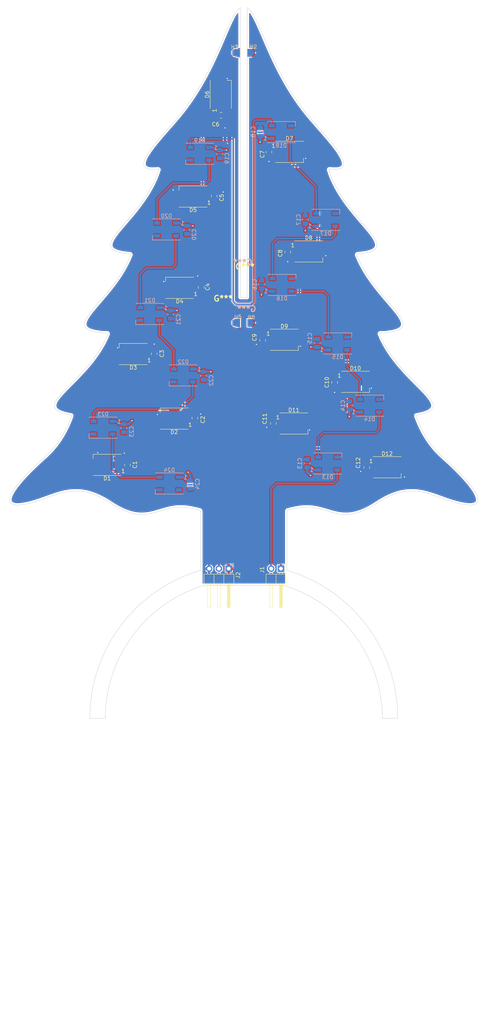
<source format=kicad_pcb>
(kicad_pcb (version 20240108) (generator "pcbnew") (generator_version "8.0")
  (layers (0 "F.Cu" signal) (31 "B.Cu" signal) (34 "B.Paste" user) (35 "F.Paste" user) (36 "B.SilkS" user "B.Silkscreen") (37 "F.SilkS" user "F.Silkscreen") (38 "B.Mask" user) (39 "F.Mask" user) (44 "Edge.Cuts" user))
  (net 0 "")
  (net 1 "+5V")
  (net 2 "GND")
  (net 3 "Net-(D1-DOUT)")
  (net 4 "Net-(D2-DOUT)")
  (net 5 "Net-(D3-DOUT)")
  (net 6 "Net-(D4-DOUT)")
  (net 7 "Net-(D5-DOUT)")
  (net 8 "Net-(D6-DOUT)")
  (net 9 "Net-(D7-DOUT)")
  (net 10 "Net-(D8-DOUT)")
  (net 11 "Net-(D10-DIN)")
  (net 12 "Net-(D10-DOUT)")
  (net 13 "Net-(D11-DOUT)")
  (net 14 "Net-(D12-DOUT)")
  (net 15 "Net-(D13-DOUT)")
  (net 16 "Net-(D14-DOUT)")
  (net 17 "Net-(D15-DOUT)")
  (net 18 "Net-(D16-DOUT)")
  (net 19 "Net-(D17-DOUT)")
  (net 20 "Net-(D18-DOUT)")
  (net 21 "Net-(D19-DOUT)")
  (net 22 "Net-(D20-DOUT)")
  (net 23 "Net-(D21-DOUT)")
  (net 24 "Net-(D22-DOUT)")
  (net 25 "Net-(D23-DOUT)")
  (net 26 "Net-(D13-DIN)")
  (net 27 "Net-(D1-DIN)")
  (net 29 "Net-(D1-VDD)")
  (net 30 "Net-(D2-VDD)")
  (net 31 "Net-(D3-VDD)")
  (net 32 "Net-(D4-VDD)")
  (net 33 "Net-(D5-VDD)")
  (net 34 "Net-(D6-VDD)")
  (net 35 "Net-(D7-VDD)")
  (net 36 "Net-(D8-VDD)")
  (net 37 "Net-(D9-VDD)")
  (net 38 "Net-(D10-VDD)")
  (net 39 "Net-(D11-VDD)")
  (net 40 "Net-(D12-VDD)")
  (footprint "Capacitor_SMD:C_0805_2012Metric_Pad1.18x1.45mm_HandSolder" (layer "F.Cu") (at 111.26 87.49 -90)
    (property "Reference" "C8")
    (property "Value" "100nF")
  )
  (footprint "Connector_PinHeader_2.54mm:PinHeader_1x02_P2.54mm_Horizontal" (layer "F.Cu") (at 109.505 169.545 -90)
    (property "Reference" "J1")
    (property "Value" "Conn_01x02_Pin")
  )
  (footprint "NetTie:NetTie-2_SMD_Pad0.5mm" (layer "F.Cu") (at 110.32 86.45)
    (property "Reference" "NT8" (hide yes))
    (property "Value" "NetTie_2" (hide yes))
  )
  (footprint "NetTie:NetTie-2_SMD_Pad0.5mm" (layer "F.Cu") (at 105.46 60.55)
    (property "Reference" "NT7" (hide yes))
    (property "Value" "NetTie_2" (hide yes))
  )
  (footprint "Silkscreen:ChristmasTree_PCB1_TOP_Schnee_gefüllt_Eco1" (layer "F.Cu") (at 100.17 91.28)
    (property "Reference" "G***")
    (property "Value" "LOGO" (hide yes))
  )
  (footprint "Capacitor_SMD:C_0805_2012Metric_Pad1.18x1.45mm_HandSolder" (layer "F.Cu") (at 123.43 121.3075 -90)
    (property "Reference" "C10")
    (property "Value" "100nF")
  )
  (footprint "Hella_Bauteile:SolderConnectorRectangle" (layer "F.Cu") (at 101.9216 35.83)
    (property "Reference" "H2")
    (property "Value" "SolderConnectorRectangle")
  )
  (footprint "Hella_Bauteile:LED_WS2812B_PLCC4_ECO1" (layer "F.Cu") (at 110.36 110.24)
    (property "Reference" "D9")
    (property "Value" "WS2812B")
  )
  (footprint "Hella_Bauteile:LED_WS2812B_PLCC4_ECO1" (layer "F.Cu") (at 137.05 143.27)
    (property "Reference" "D12")
    (property "Value" "WS2812B")
  )
  (footprint "Capacitor_SMD:C_0805_2012Metric_Pad1.18x1.45mm_HandSolder" (layer "F.Cu") (at 87.17 130.53 90)
    (property "Reference" "C2")
    (property "Value" "100nF")
  )
  (footprint "Hella_Bauteile:SolderConnectorRectangle" (layer "F.Cu") (at 101.9216 105.83)
    (property "Reference" "H6")
    (property "Value" "SolderConnectorRectangle")
  )
  (footprint "Capacitor_SMD:C_0805_2012Metric_Pad1.18x1.45mm_HandSolder" (layer "F.Cu") (at 88.8 96.68 90)
    (property "Reference" "C4")
    (property "Value" "100nF")
  )
  (footprint "Hella_Bauteile:LED_WS2812B_PLCC4_ECO1" (layer "F.Cu") (at 83.22 96.7825 180)
    (property "Reference" "D4")
    (property "Value" "WS2812B")
  )
  (footprint "Capacitor_SMD:C_0805_2012Metric_Pad1.18x1.45mm_HandSolder" (layer "F.Cu") (at 104.76 110.38 -90)
    (property "Reference" "C9")
    (property "Value" "100nF")
  )
  (footprint "NetTie:NetTie-2_SMD_Pad0.5mm" (layer "F.Cu") (at 88.09 131.58 180)
    (property "Reference" "NT2" (hide yes))
    (property "Value" "NetTie_2" (hide yes))
  )
  (footprint "Hella_Bauteile:LED_WS2812B_PLCC4_ECO1" (layer "F.Cu") (at 116.71 87.34)
    (property "Reference" "D8")
    (property "Value" "WS2812B")
  )
  (footprint "Hella_Bauteile:LED_WS2812B_PLCC4_ECO1" (layer "F.Cu") (at 112.85 131.94)
    (property "Reference" "D11")
    (property "Value" "WS2812B")
  )
  (footprint "NetTie:NetTie-2_SMD_Pad0.5mm" (layer "F.Cu") (at 77.55 114.93 180)
    (property "Reference" "NT3" (hide yes))
    (property "Value" "NetTie_2" (hide yes))
  )
  (footprint "Silkscreen:ChristmasTree_PCB1_TOP_Kugeln_Eco1" (layer "F.Cu") (at 94.51 99.54)
    (property "Reference" "G***")
    (property "Value" "LOGO" (hide yes))
  )
  (footprint "Hella_Bauteile:LED_WS2812B_PLCC4_ECO1" (layer "F.Cu") (at 93.8875 46.65 90)
    (property "Reference" "D6")
    (property "Value" "WS2812B")
  )
  (footprint "Hella_Bauteile:LED_WS2812B_PLCC4_ECO1" (layer "F.Cu") (at 64.41 142.6625 180)
    (property "Reference" "D1")
    (property "Value" "WS2812B")
  )
  (footprint "Capacitor_SMD:C_0805_2012Metric_Pad1.18x1.45mm_HandSolder" (layer "F.Cu") (at 107.53 131.92 -90)
    (property "Reference" "C11")
    (property "Value" "100nF")
  )
  (footprint "NetTie:NetTie-2_SMD_Pad0.5mm" (layer "F.Cu") (at 122.5 120.27)
    (property "Reference" "NT10" (hide yes))
    (property "Value" "NetTie_2" (hide yes))
  )
  (footprint "Hella_Bauteile:SolderConnectorCircle" (layer "F.Cu") (at 98.38 105.83)
    (property "Reference" "H5")
    (property "Value" "SolderConnectorCircle")
  )
  (footprint "Hella_Bauteile:LED_WS2812B_PLCC4_ECO1" (layer "F.Cu") (at 111.72 61.55)
    (property "Reference" "D7")
    (property "Value" "WS2812B")
  )
  (footprint "Capacitor_SMD:C_0805_2012Metric_Pad1.18x1.45mm_HandSolder" (layer "F.Cu") (at 92.17 73.0025 90)
    (property "Reference" "C5")
    (property "Value" "100nF")
  )
  (footprint "NetTie:NetTie-2_SMD_Pad0.5mm" (layer "F.Cu") (at 93.1 74.05 180)
    (property "Reference" "NT5" (hide yes))
    (property "Value" "NetTie_2" (hide yes))
  )
  (footprint "Capacitor_SMD:C_0805_2012Metric_Pad1.18x1.45mm_HandSolder" (layer "F.Cu") (at 106.39 61.59 -90)
    (property "Reference" "C7")
    (property "Value" "100nF")
  )
  (footprint "NetTie:NetTie-2_SMD_Pad0.5mm" (layer "F.Cu") (at 103.84 109.35)
    (property "Reference" "NT9" (hide yes))
    (property "Value" "NetTie_2" (hide yes))
  )
  (footprint "Capacitor_SMD:C_0805_2012Metric_Pad1.18x1.45mm_HandSolder" (layer "F.Cu") (at 69.67 142.68 90)
    (property "Reference" "C1")
    (property "Value" "100nF")
  )
  (footprint "NetTie:NetTie-2_SMD_Pad0.5mm" (layer "F.Cu") (at 89.73 97.71 180)
    (property "Reference" "NT4" (hide yes))
    (property "Value" "NetTie_2" (hide yes))
  )
  (footprint "NetTie:NetTie-2_SMD_Pad0.5mm" (layer "F.Cu") (at 130.85 142.32)
    (property "Reference" "NT12" (hide yes))
    (property "Value" "NetTie_2" (hide yes))
  )
  (footprint "Hella_Bauteile:LED_WS2812B_PLCC4_ECO1" (layer "F.Cu") (at 71.18 113.94 180)
    (property "Reference" "D3")
    (property "Value" "WS2812B")
  )
  (footprint "Capacitor_SMD:C_0805_2012Metric_Pad1.18x1.45mm_HandSolder" (layer "F.Cu") (at 131.77 143.35 -90)
    (property "Reference" "C12")
    (property "Value" "100nF")
  )
  (footprint "Hella_Bauteile:LED_WS2812B_PLCC4_ECO1" (layer "F.Cu") (at 81.8 130.66 180)
    (property "Reference" "D2")
    (property "Value" "WS2812B")
  )
  (footprint "Hella_Bauteile:SolderConnectorCircle" (layer "F.Cu") (at 98.38 35.83)
    (property "Reference" "H1")
    (property "Value" "SolderConnectorCircle")
  )
  (footprint "NetTie:NetTie-2_SMD_Pad0.5mm" (layer "F.Cu") (at 92.92 53 90)
    (property "Reference" "NT6" (hide yes))
    (property "Value" "NetTie_2" (hide yes))
  )
  (footprint "Connector_PinHeader_2.54mm:PinHeader_1x03_P2.54mm_Horizontal" (layer "F.Cu") (at 95.95 169.545 -90)
    (property "Reference" "J2")
    (property "Value" "Conn_01x03_Pin")
  )
  (footprint "NetTie:NetTie-2_SMD_Pad0.5mm" (layer "F.Cu") (at 70.6 143.74 180)
    (property "Reference" "NT1" (hide yes))
    (property "Value" "NetTie_2" (hide yes))
  )
  (footprint "NetTie:NetTie-2_SMD_Pad0.5mm" (layer "F.Cu") (at 106.6 130.88)
    (property "Reference" "NT11" (hide yes))
    (property "Value" "NetTie_2" (hide yes))
  )
  (footprint "Hella_Bauteile:LED_WS2812B_PLCC4_ECO1" (layer "F.Cu") (at 128.83 121.13)
    (property "Reference" "D10")
    (property "Value" "WS2812B")
  )
  (footprint "Capacitor_SMD:C_0805_2012Metric_Pad1.18x1.45mm_HandSolder" (layer "F.Cu") (at 93.97 52.06)
    (property "Reference" "C6")
    (property "Value" "100nF")
  )
  (footprint "Capacitor_SMD:C_0805_2012Metric_Pad1.18x1.45mm_HandSolder" (layer "F.Cu") (at 76.62 113.89 90)
    (property "Reference" "C3")
    (property "Value" "100nF")
  )
  (footprint "Hella_Bauteile:LED_WS2812B_PLCC4_ECO1" (layer "F.Cu") (at 86.7 73.1125 180)
    (property "Reference" "D5")
    (property "Value" "WS2812B")
  )
  (footprint "Hella_Bauteile:SolderConnectorTrapezoid" (layer "B.Cu") (at 97.91 105.83)
    (property "Reference" "H7")
    (property "Value" "SolderConnectorTrapezoid")
  )
  (footprint "Hella_Bauteile:LED_WS2812B_ECO2" (layer "B.Cu") (at 88.43 62.04 180)
    (property "Reference" "D19")
    (property "Value" "WS2812B")
  )
  (footprint "Capacitor_SMD:C_0805_2012Metric_Pad1.18x1.45mm_HandSolder" (layer "B.Cu") (at 104.45 95.88 90)
    (property "Reference" "C16")
    (property "Value" "100nF")
  )
  (footprint "Hella_Bauteile:LED_WS2812B_ECO2" (layer "B.Cu") (at 84.15 119.4725 180)
    (property "Reference" "D22")
    (property "Value" "WS2812B")
  )
  (footprint "Capacitor_SMD:C_0805_2012Metric_Pad1.18x1.45mm_HandSolder" (layer "B.Cu") (at 89.41 119.5625 -90)
    (property "Reference" "C22")
    (property "Value" "100nF")
  )
  (footprint "Hella_Bauteile:LED_WS2812B_ECO2" (layer "B.Cu") (at 121.64 142.31)
    (property "Reference" "D13")
    (property "Value" "WS2812B")
  )
  (footprint "Hella_Bauteile:LED_WS2812B_ECO2" (layer "B.Cu") (at 75.47 103.55 180)
    (property "Reference" "D21")
    (property "Value" "WS2812B")
  )
  (footprint "Capacitor_SMD:C_0805_2012Metric_Pad1.18x1.45mm_HandSolder" (layer "B.Cu") (at 118.93 111.07 90)
    (property "Reference" "C15")
    (property "Value" "100nF")
  )
  (footprint "Hella_Bauteile:LED_WS2812B_ECO2" (layer "B.Cu") (at 79.8 81.6425 180)
    (property "Reference" "D20")
    (property "Value" "WS2812B")
  )
  (footprint "Hella_Bauteile:LED_WS2812B_ECO2" (layer "B.Cu") (at 63.35 133.0225 180)
    (property "Reference" "D23")
    (property "Value" "WS2812B")
  )
  (footprint "Hella_Bauteile:LED_WS2812B_ECO2" (layer "B.Cu") (at 109.76 96.02)
    (property "Reference" "D16")
    (property "Value" "WS2812B")
  )
  (footprint "Hella_Bauteile:LED_WS2812B_ECO2" (layer "B.Cu") (at 121.11 79.16)
    (property "Reference" "D17")
    (property "Value" "WS2812B")
  )
  (footprint "Capacitor_SMD:C_0805_2012Metric_Pad1.18x1.45mm_HandSolder" (layer "B.Cu") (at 104.14 56.44 90)
    (property "Reference" "C18")
    (property "Value" "100nF")
  )
  (footprint "Hella_Bauteile:LED_WS2812B_ECO2" (layer "B.Cu") (at 80.55 147.49 180)
    (property "Reference" "D24")
    (property "Value" "WS2812B")
  )
  (footprint "Hella_Bauteile:LED_WS2812B_ECO2" (layer "B.Cu") (at 109.59 56.42)
    (property "Reference" "D18")
    (property "Value" "WS2812B")
  )
  (footprint "Hella_Bauteile:LED_WS2812B_ECO2" (layer "B.Cu") (at 132.52 127.33)
    (property "Reference" "D14")
    (property "Value" "WS2812B")
  )
  (footprint "Capacitor_SMD:C_0805_2012Metric_Pad1.18x1.45mm_HandSolder" (layer "B.Cu") (at 85.1 81.7625 -90)
    (property "Reference" "C20")
    (property "Value" "100nF")
  )
  (footprint "Hella_Bauteile:SolderConnectorTrapezoid" (layer "B.Cu") (at 97.91 35.83)
    (property "Reference" "H3")
    (property "Value" "SolderConnectorTrapezoid")
  )
  (footprint "Hella_Bauteile:SolderConnectorTriangle" (layer "B.Cu") (at 101.82 35.83 180)
    (property "Reference" "H4")
    (property "Value" "SolderConnectorTriangle")
  )
  (footprint "Capacitor_SMD:C_0805_2012Metric_Pad1.18x1.45mm_HandSolder" (layer "B.Cu") (at 115.81 79.09 90)
    (property "Reference" "C17")
    (property "Value" "100nF")
  )
  (footprint "Hella_Bauteile:LED_WS2812B_ECO2" (layer "B.Cu") (at 124.22 111.2)
    (property "Reference" "D15")
    (property "Value" "WS2812B")
  )
  (footprint "Silkscreen:ChristmasTree_PCB1_BOT_Kugeln_Eco2" (layer "B.Cu") (at 101.791849 105.361304 180)
    (property "Reference" "G***")
    (property "Value" "LOGO" (hide yes))
  )
  (footprint "Capacitor_SMD:C_0805_2012Metric_Pad1.18x1.45mm_HandSolder" (layer "B.Cu") (at 68.71 133.1325 -90)
    (property "Reference" "C23")
    (property "Value" "100nF")
  )
  (footprint "Capacitor_SMD:C_0805_2012Metric_Pad1.18x1.45mm_HandSolder" (layer "B.Cu") (at 93.61 62.13 -90)
    (property "Reference" "C19")
    (property "Value" "100nF")
  )
  (footprint "Capacitor_SMD:C_0805_2012Metric_Pad1.18x1.45mm_HandSolder" (layer "B.Cu") (at 85.96 147.7725 -90)
    (property "Reference" "C24")
    (property "Value" "100nF")
  )
  (footprint "Capacitor_SMD:C_0805_2012Metric_Pad1.18x1.45mm_HandSolder" (layer "B.Cu") (at 116.29 142.27 90)
    (property "Reference" "C13")
    (property "Value" "100nF")
  )
  (footprint "Hella_Bauteile:SolderConnectorTriangle" (layer "B.Cu") (at 101.82 105.83 180)
    (property "Reference" "H8")
    (property "Value" "SolderConnectorTriangle")
  )
  (footprint "Silkscreen:ChristmasTree_PCB1_BOT_Schnee_gefüllt_Eco2" (layer "B.Cu") (at 99.6 90.2 180)
    (property "Reference" "G***")
    (property "Value" "LOGO" (hide yes))
  )
  (footprint "Capacitor_SMD:C_0805_2012Metric_Pad1.18x1.45mm_HandSolder" (layer "B.Cu") (at 80.88 103.68 -90)
    (property "Reference" "C21")
    (property "Value" "100nF")
  )
  (footprint "Capacitor_SMD:C_0805_2012Metric_Pad1.18x1.45mm_HandSolder" (layer "B.Cu") (at 127.26 127.25 90)
    (property "Reference" "C14")
    (property "Value" "100nF")
  )
  (gr_curve (pts (xy 81.632625 53.903598) (xy 82.592082 52.799255) (xy 83.502274 51.726821) (xy 84.260728 50.746171)) (stroke (width 0.1)) (layer "Edge.Cuts"))
  (gr_curve (pts (xy 42.88 152.9) (xy 35.09065 154.251173) (xy 40.63279 147.339974) (xy 48.274 140.577259)) (stroke (width 0.1)) (layer "Edge.Cuts"))
  (gr_line (start 111.040099 154.826164) (end 111.040099 169.984918) (stroke (width 0.1)) (layer "Edge.Cuts"))
  (gr_curve (pts (xy 156.837591 152.9) (xy 149.048241 151.548854) (xy 144.380997 145.964354) (xy 134.36579 152.599937)) (stroke (width 0.1)) (layer "Edge.Cuts"))
  (gr_curve (pts (xy 65.351828 152.599937) (xy 55.336594 145.964354) (xy 50.66935 151.548854) (xy 42.88 152.9)) (stroke (width 0.1)) (layer "Edge.Cuts"))
  (gr_curve (pts (xy 110.814278 43.789331) (xy 112.147882 46.093055) (xy 113.675425 48.446045) (xy 115.456889 50.746171)) (stroke (width 0.1)) (layer "Edge.Cuts"))
  (gr_line (start 63.90903 208.349453) (end 59.908588 208.349453) (stroke (width 0.1)) (layer "Edge.Cuts"))
  (gr_curve (pts (xy 55.124901 130.152768) (xy 55.195518 129.948113) (xy 55.177791 129.775181) (xy 55.086139 129.761397)) (stroke (width 0.1)) (layer "Edge.Cuts"))
  (gr_curve (pts (xy 64.611127 108.799041) (xy 64.692249 108.601662) (xy 64.579272 108.453522) (xy 64.364113 108.464185)) (stroke (width 0.1)) (layer "Edge.Cuts"))
  (gr_curve (pts (xy 135.808561 208.349453) (xy 135.808561 194.153596) (xy 127.320712 181.316161) (xy 114.648985 175.572832)) (stroke (width 0.1)) (layer "Edge.Cuts"))
  (gr_curve (pts (xy 114.648985 175.572832) (xy 113.188434 174.909655) (xy 111.675019 174.345352) (xy 110.108688 173.87958)) (stroke (width 0.1)) (layer "Edge.Cuts"))
  (gr_line (start 99.846492 173.87958) (end 89.608876 173.87958) (stroke (width 0.1)) (layer "Edge.Cuts"))
  (gr_curve (pts (xy 77.522646 65.957973) (xy 69.662837 66.921029) (xy 76.397295 59.91839) (xy 81.632625 53.903598)) (stroke (width 0.1)) (layer "Edge.Cuts"))
  (gr_curve (pts (xy 89.608876 173.87958) (xy 74.464093 178.370268) (xy 63.90903 192.513393) (xy 63.90903 208.349453)) (stroke (width 0.1)) (layer "Edge.Cuts"))
  (gr_line (start 139.809029 208.349453) (end 135.808587 208.349453) (stroke (width 0.1)) (layer "Edge.Cuts"))
  (gr_curve (pts (xy 129.458595 87.946594) (xy 129.243463 87.957177) (xy 129.130459 88.119551) (xy 129.208141 88.320396)) (stroke (width 0.1)) (layer "Edge.Cuts"))
  (gr_curve (pts (xy 100.756684 24.150235) (xy 103.317768 25.783717) (xy 105.395671 34.416082) (xy 110.814278 43.789331)) (stroke (width 0.1)) (layer "Edge.Cuts"))
  (gr_curve (pts (xy 88.40587 154.353487) (xy 87.647417 154.162987) (xy 86.807842 153.979367) (xy 85.873017 153.802969)) (stroke (width 0.1)) (layer "Edge.Cuts"))
  (gr_curve (pts (xy 64.364113 108.464185) (xy 63.919693 108.481647) (xy 63.439792 108.471064) (xy 62.91769 108.418359)) (stroke (width 0.1)) (layer "Edge.Cuts"))
  (gr_curve (pts (xy 88.903339 43.789331) (xy 94.304378 34.440714) (xy 96.389345 25.818854) (xy 98.939925 24.150235)) (stroke (width 0.1)) (layer "Edge.Cuts"))
  (gr_curve (pts (xy 130.061844 87.904234) (xy 129.85375 87.925136) (xy 129.652561 87.93937) (xy 129.458595 87.946594)) (stroke (width 0.1)) (layer "Edge.Cuts"))
  (gr_curve (pts (xy 54.920272 129.733139) (xy 43.140984 127.648172) (xy 59.488801 121.59446) (xy 64.611127 108.799041)) (stroke (width 0.1)) (layer "Edge.Cuts"))
  (gr_line (start 98.939925 24.150235) (end 98.939925 99.249606) (stroke (width 0.1)) (layer "Edge.Cuts"))
  (gr_curve (pts (xy 59.908588 208.349453) (xy 59.908588 199.254757) (xy 62.945948 190.872847) (xy 68.06121 184.155931)) (stroke (width 0.1)) (layer "Edge.Cuts"))
  (gr_curve (pts (xy 77.794293 66.278886) (xy 77.861471 66.074416) (xy 77.737963 65.933156) (xy 77.522646 65.957973)) (stroke (width 0.1)) (layer "Edge.Cuts"))
  (gr_curve (pts (xy 70.259022 87.946594) (xy 70.065056 87.93945) (xy 69.863867 87.925162) (xy 69.655773 87.904234)) (stroke (width 0.1)) (layer "Edge.Cuts"))
  (gr_curve (pts (xy 70.509476 88.320396) (xy 70.587158 88.119551) (xy 70.474154 87.957283) (xy 70.259022 87.946594)) (stroke (width 0.1)) (layer "Edge.Cuts"))
  (gr_curve (pts (xy 134.36579 152.599937) (xy 124.442022 159.175935) (xy 121.785688 152.300217) (xy 113.844759 153.802969)) (stroke (width 0.1)) (layer "Edge.Cuts"))
  (gr_line (start 110.108688 173.87958) (end 99.871098 173.87958) (stroke (width 0.1)) (layer "Edge.Cuts"))
  (gr_curve (pts (xy 129.208141 88.320396) (xy 134.030589 100.512566) (xy 148.243988 107.253929) (xy 136.799927 108.418359)) (stroke (width 0.1)) (layer "Edge.Cuts"))
  (gr_curve (pts (xy 121.923324 66.278886) (xy 126.075505 79.437578) (xy 141.971678 86.694322) (xy 130.061844 87.904234)) (stroke (width 0.1)) (layer "Edge.Cuts"))
  (gr_curve (pts (xy 69.655773 87.904234) (xy 57.746098 86.694322) (xy 73.642086 79.437578) (xy 77.794293 66.278886)) (stroke (width 0.1)) (layer "Edge.Cuts"))
  (gr_curve (pts (xy 128.015798 180.007375) (xy 135.296989 187.242741) (xy 139.809029 197.268638) (xy 139.809029 208.349453)) (stroke (width 0.1)) (layer "Edge.Cuts"))
  (gr_curve (pts (xy 135.353504 108.464185) (xy 135.138345 108.453602) (xy 135.025342 108.601662) (xy 135.106648 108.799041)) (stroke (width 0.1)) (layer "Edge.Cuts"))
  (gr_curve (pts (xy 88.677491 154.826164) (xy 88.677491 154.614286) (xy 88.614124 154.406192) (xy 88.40587 154.353487)) (stroke (width 0.1)) (layer "Edge.Cuts"))
  (gr_curve (pts (xy 55.086139 129.761397) (xy 55.033091 129.750813) (xy 54.976761 129.743405) (xy 54.920272 129.733139)) (stroke (width 0.1)) (layer "Edge.Cuts"))
  (gr_curve (pts (xy 136.799927 108.418359) (xy 136.277799 108.471091) (xy 135.798083 108.481753) (xy 135.353504 108.464185)) (stroke (width 0.1)) (layer "Edge.Cuts"))
  (gr_curve (pts (xy 115.456889 50.746171) (xy 116.215316 51.726821) (xy 117.125508 52.799255) (xy 118.085151 53.903598)) (stroke (width 0.1)) (layer "Edge.Cuts"))
  (gr_curve (pts (xy 113.844759 153.802969) (xy 112.909749 153.979367) (xy 112.0702 154.162987) (xy 111.311747 154.353487)) (stroke (width 0.1)) (layer "Edge.Cuts"))
  (gr_curve (pts (xy 111.040099 169.984918) (xy 117.534792 171.872136) (xy 123.344929 175.368203) (xy 128.015798 180.007375)) (stroke (width 0.1)) (layer "Edge.Cuts"))
  (gr_curve (pts (xy 144.596315 130.152768) (xy 145.778154 133.440767) (xy 147.845394 137.391944) (xy 151.443617 140.577259)) (stroke (width 0.1)) (layer "Edge.Cuts"))
  (gr_curve (pts (xy 62.91769 108.418359) (xy 51.473629 107.253929) (xy 65.687028 100.512566) (xy 70.509476 88.320396)) (stroke (width 0.1)) (layer "Edge.Cuts"))
  (gr_curve (pts (xy 118.085151 53.903598) (xy 123.320296 59.91839) (xy 130.05478 66.921029) (xy 122.194972 65.957973)) (stroke (width 0.1)) (layer "Edge.Cuts"))
  (gr_curve (pts (xy 68.06121 184.155931) (xy 73.173033 177.442481) (xy 80.36604 172.401302) (xy 88.677491 169.984918)) (stroke (width 0.1)) (layer "Edge.Cuts"))
  (gr_curve (pts (xy 135.106648 108.799041) (xy 140.228817 121.59446) (xy 156.576633 127.648172) (xy 144.797345 129.733139)) (stroke (width 0.1)) (layer "Edge.Cuts"))
  (gr_curve (pts (xy 85.873017 153.802969) (xy 77.931929 152.300217) (xy 75.275569 159.175935) (xy 65.351828 152.599937)) (stroke (width 0.1)) (layer "Edge.Cuts"))
  (gr_line (start 88.677491 169.984918) (end 88.677491 154.826164) (stroke (width 0.1)) (layer "Edge.Cuts"))
  (gr_line (start 100.756684 99.249606) (end 100.756684 24.150235) (stroke (width 0.1)) (layer "Edge.Cuts"))
  (gr_curve (pts (xy 122.194972 65.957973) (xy 121.979654 65.933103) (xy 121.856305 66.074416) (xy 121.923324 66.278886)) (stroke (width 0.1)) (layer "Edge.Cuts"))
  (gr_curve (pts (xy 48.274 140.577259) (xy 51.872223 137.391944) (xy 53.939622 133.440767) (xy 55.124901 130.152768)) (stroke (width 0.1)) (layer "Edge.Cuts"))
  (gr_line (start 98.939925 99.249606) (end 100.756684 99.249606) (stroke (width 0.1)) (layer "Edge.Cuts"))
  (gr_curve (pts (xy 144.797345 129.733139) (xy 144.740856 129.743458) (xy 144.684527 129.750602) (xy 144.631636 129.761397)) (stroke (width 0.1)) (layer "Edge.Cuts"))
  (gr_curve (pts (xy 144.631636 129.761397) (xy 144.539826 129.775155) (xy 144.522258 129.948113) (xy 144.596315 130.152768)) (stroke (width 0.1)) (layer "Edge.Cuts"))
  (gr_line (start 135.808587 208.349453) (end 135.808561 208.349453) (stroke (width 0.1)) (layer "Edge.Cuts"))
  (gr_curve (pts (xy 84.260728 50.746171) (xy 86.04235 48.446045) (xy 87.569894 46.093055) (xy 88.903339 43.789331)) (stroke (width 0.1)) (layer "Edge.Cuts"))
  (gr_curve (pts (xy 151.443617 140.577259) (xy 159.084827 147.339974) (xy 164.626941 154.251173) (xy 156.837591 152.9)) (stroke (width 0.1)) (layer "Edge.Cuts"))
  (gr_curve (pts (xy 111.311747 154.353487) (xy 111.103679 154.406192) (xy 111.040099 154.614286) (xy 111.040099 154.826164)) (stroke (width 0.1)) (layer "Edge.Cuts"))
  (gr_line (start 99.871098 173.87958) (end 99.846492 173.87958) (stroke (width 0.1)) (layer "Edge.Cuts"))
  (segment (start 95.95 169.545) (end 97.66 169.545) (width 0.6) (layer "F.Cu") (net 1))
  (segment (start 95.95 169.545) (end 95.95 171.165) (width 0.6) (layer "F.Cu") (net 1))
  (segment (start 95.95 169.545) (end 95.95 167.775) (width 0.6) (layer "F.Cu") (net 1))
  (via (at 86.655 80.725) (size 0.6) (drill 0.3) (layers "F.Cu" "B.Cu") (net 1))
  (via (at 85.41 144.58) (size 0.6) (drill 0.3) (layers "F.Cu" "B.Cu") (net 1))
  (via (at 91.345 118.525) (size 0.6) (drill 0.3) (layers "F.Cu" "B.Cu") (net 1))
  (via (at 95.4025 61.0925) (size 0.6) (drill 0.3) (layers "F.Cu" "B.Cu") (net 1))
  (via (at 82.5375 102.6425) (size 0.6) (drill 0.3) (layers "F.Cu" "B.Cu") (net 1))
  (via (at 70.85 131.2) (size 0.6) (drill 0.3) (layers "F.Cu" "B.Cu") (net 1))
  (via (at 104.45 98.57) (size 0.6) (drill 0.3) (layers "F.Cu" "B.Cu") (net 1))
  (via (at 127.24 130.16) (size 0.6) (drill 0.3) (layers "F.Cu" "B.Cu") (net 1))
  (via (at 115.82 81.96) (size 0.6) (drill 0.3) (layers "F.Cu" "B.Cu") (net 1))
  (via (at 104.11 59.03) (size 0.6) (drill 0.3) (layers "F.Cu" "B.Cu") (net 1))
  (via (at 117.27 112.11) (size 0.6) (drill 0.3) (layers "F.Cu" "B.Cu") (net 1))
  (via (at 117.19 145.4) (size 0.6) (drill 0.3) (layers "F.Cu" "B.Cu") (net 1))
  (segment (start 79.04 101.9) (end 77.92 101.9) (width 0.6) (layer "B.Cu") (net 1))
  (segment (start 105.97 58.07) (end 105.3775 57.4775) (width 0.6) (layer "B.Cu") (net 1))
  (segment (start 118 143.96) (end 119.19 143.96) (width 0.6) (layer "B.Cu") (net 1))
  (segment (start 115.81 81.95) (end 115.82 81.96) (width 0.4) (layer "B.Cu") (net 1))
  (segment (start 104.45 96.9175) (end 105.5375 96.9175) (width 0.6) (layer "B.Cu") (net 1))
  (segment (start 87.6825 117.8225) (end 86.6 117.8225) (width 0.6) (layer "B.Cu") (net 1))
  (segment (start 115.81 80.1275) (end 115.81 81.95) (width 0.4) (layer "B.Cu") (net 1))
  (segment (start 88.385 118.525) (end 87.6825 117.8225) (width 0.6) (layer "B.Cu") (net 1))
  (segment (start 91.99 60.41) (end 90.9 60.41) (width 0.6) (layer "B.Cu") (net 1))
  (segment (start 107.14 58.07) (end 105.97 58.07) (width 0.6) (layer "B.Cu") (net 1))
  (segment (start 117.3475 143.3075) (end 118 143.96) (width 0.6) (layer "B.Cu") (net 1))
  (segment (start 84.12 145.84) (end 83 145.84) (width 0.6) (layer "B.Cu") (net 1))
  (segment (start 90.9 60.41) (end 90.88 60.39) (width 0.6) (layer "B.Cu") (net 1))
  (segment (start 83.41 80.02) (end 82.2775 80.02) (width 0.6) (layer "B.Cu") (net 1))
  (segment (start 127.26 130.14) (end 127.24 130.16) (width 0.6) (layer "B.Cu") (net 1))
  (segment (start 106.29 97.67) (end 107.31 97.67) (width 0.6) (layer "B.Cu") (net 1))
  (segment (start 127.26 128.2875) (end 127.26 130.14) (width 0.6) (layer "B.Cu") (net 1))
  (segment (start 119.9475 112.1075) (end 120.69 112.85) (width 0.6) (layer "B.Cu") (net 1))
  (segment (start 85.015 146.735) (end 84.12 145.84) (width 0.6) (layer "B.Cu") (net 1))
  (segment (start 104.14 57.4775) (end 104.14 59) (width 0.6) (layer "B.Cu") (net 1))
  (segment (start 85.96 145.13) (end 85.41 144.58) (width 0.6) (layer "B.Cu") (net 1))
  (segment (start 80.88 102.6425) (end 82.5375 102.6425) (width 0.6) (layer "B.Cu") (net 1))
  (segment (start 68.71 132.095) (end 69.955 132.095) (width 0.6) (layer "B.Cu") (net 1))
  (segment (start 79.7825 102.6425) (end 79.04 101.9) (width 0.6) (layer "B.Cu") (net 1))
  (segment (start 116.29 144.5) (end 117.19 145.4) (width 0.6) (layer "B.Cu") (net 1))
  (segment (start 104.45 98.57) (end 104.45 96.9175) (width 0.6) (layer "B.Cu") (net 1))
  (segment (start 66.9 131.41) (end 65.8375 131.41) (width 0.6) (layer "B.Cu") (net 1))
  (segment (start 116.29 143.3075) (end 116.29 144.5) (width 0.6) (layer "B.Cu") (net 1))
  (segment (start 93.61 61.0925) (end 95.4025 61.0925) (width 0.6) (layer "B.Cu") (net 1))
  (segment (start 82.2775 80.02) (end 82.25 79.9925) (width 0.6) (layer "B.Cu") (net 1))
  (segment (start 116.9375 80.1275) (end 115.81 80.1275) (width 0.4) (layer "B.Cu") (net 1))
  (segment (start 65.8375 131.41) (end 65.8 131.3725) (width 0.6) (layer "B.Cu") (net 1))
  (segment (start 84.115 80.725) (end 83.41 80.02) (width 0.6) (layer "B.Cu") (net 1))
  (segment (start 118.93 112.1075) (end 117.2725 112.1075) (width 0.6) (layer "B.Cu") (net 1))
  (segment (start 127.26 128.2875) (end 128.2675 128.2875) (width 0.6) (layer "B.Cu") (net 1))
  (segment (start 67.585 132.095) (end 66.9 131.41) (width 0.6) (layer "B.Cu") (net 1))
  (segment (start 105.5375 96.9175) (end 106.29 97.67) (width 0.6) (layer "B.Cu") (net 1))
  (segment (start 128.96 128.98) (end 130.07 128.98) (width 0.6) (layer "B.Cu") (net 1))
  (segment (start 92.6725 61.0925) (end 91.99 60.41) (width 0.6) (layer "B.Cu") (net 1))
  (segment (start 118.93 112.1075) (end 119.9475 112.1075) (width 0.6) (layer "B.Cu") (net 1))
  (segment (start 116.29 143.3075) (end 117.3475 143.3075) (width 0.6) (layer "B.Cu") (net 1))
  (segment (start 85.1 80.725) (end 86.655 80.725) (width 0.6) (layer "B.Cu") (net 1))
  (segment (start 85.96 146.735) (end 85.96 145.13) (width 0.6) (layer "B.Cu") (net 1))
  (segment (start 117.62 80.81) (end 116.9375 80.1275) (width 0.4) (layer "B.Cu") (net 1))
  (segment (start 80.88 102.6425) (end 79.7825 102.6425) (width 0.6) (layer "B.Cu") (net 1))
  (segment (start 85.1 80.725) (end 84.115 80.725) (width 0.6) (layer "B.Cu") (net 1))
  (segment (start 118.66 80.81) (end 117.62 80.81) (width 0.4) (layer "B.Cu") (net 1))
  (segment (start 117.2725 112.1075) (end 117.27 112.11) (width 0.6) (layer "B.Cu") (net 1))
  (segment (start 93.61 61.0925) (end 92.6725 61.0925) (width 0.6) (layer "B.Cu") (net 1))
  (segment (start 89.41 118.525) (end 88.385 118.525) (width 0.6) (layer "B.Cu") (net 1))
  (segment (start 69.955 132.095) (end 70.85 131.2) (width 0.6) (layer "B.Cu") (net 1))
  (segment (start 85.96 146.735) (end 85.015 146.735) (width 0.6) (layer "B.Cu") (net 1))
  (segment (start 105.3775 57.4775) (end 104.14 57.4775) (width 0.6) (layer "B.Cu") (net 1))
  (segment (start 68.71 132.095) (end 67.585 132.095) (width 0.6) (layer "B.Cu") (net 1))
  (segment (start 89.41 118.525) (end 91.345 118.525) (width 0.6) (layer "B.Cu") (net 1))
  (segment (start 120.69 112.85) (end 121.77 112.85) (width 0.6) (layer "B.Cu") (net 1))
  (segment (start 128.2675 128.2875) (end 128.96 128.98) (width 0.6) (layer "B.Cu") (net 1))
  (segment (start 76.62 111.38) (end 76.61 111.37) (width 0.6) (layer "F.Cu") (net 2))
  (segment (start 87.17 129.4925) (end 88.6375 129.4925) (width 0.6) (layer "F.Cu") (net 2))
  (segment (start 81.5625 71.4625) (end 81.54 71.44) (width 0.6) (layer "F.Cu") (net 2))
  (segment (start 69.67 141.6425) (end 69.67 140.43) (width 0.6) (layer "F.Cu") (net 2))
  (segment (start 131.77 144.3875) (end 130.2075 144.3875) (width 0.6) (layer "F.Cu") (net 2))
  (segment (start 111.26 88.5275) (end 111.26 90) (width 0.6) (layer "F.Cu") (net 2))
  (segment (start 67.12 112.29) (end 67.11 112.3) (width 0.6) (layer "F.Cu") (net 2))
  (segment (start 115.3 133.59) (end 116.91 133.59) (width 0.6) (layer "F.Cu") (net 2))
  (segment (start 123.43 123.88) (end 123.42 123.89) (width 0.6) (layer "F.Cu") (net 2))
  (segment (start 115.92 63.22) (end 114.19 63.22) (width 0.6) (layer "F.Cu") (net 2))
  (segment (start 80.77 95.1325) (end 79.0875 95.1325) (width 0.6) (layer "F.Cu") (net 2))
  (segment (start 88.8 94.61) (end 88.8 95.6425) (width 0.6) (layer "F.Cu") (net 2))
  (segment (start 116.91 133.59) (end 116.92 133.6) (width 0.6) (layer "F.Cu") (net 2))
  (segment (start 68.73 112.29) (end 67.12 112.29) (width 0.6) (layer "F.Cu") (net 2))
  (segment (start 94.535 71.965) (end 94.55 71.95) (width 0.6) (layer "F.Cu") (net 2))
  (segment (start 95.62 59.35) (end 95.0075 58.7375) (width 0.6) (layer "F.Cu") (net 2))
  (segment (start 114.19 63.22) (end 114.17 63.2) (width 0.6) (layer "F.Cu") (net 2))
  (segment (start 69.67 140.43) (end 68.86 139.62) (width 0.6) (layer "F.Cu") (net 2))
  (segment (start 120.61 88.99) (end 121.15 88.45) (width 0.6) (layer "F.Cu") (net 2))
  (segment (start 87.9 93.71) (end 88.8 94.61) (width 0.6) (layer "F.Cu") (net 2))
  (segment (start 106.39 62.6275) (end 106.39 64.03) (width 0.6) (layer "F.Cu") (net 2))
  (segment (start 140.67 144.92) (end 139.5 144.92) (width 0.6) (layer "F.Cu") (net 2))
  (segment (start 88.6375 129.4925) (end 88.65 129.48) (width 0.6) (layer "F.Cu") (net 2))
  (segment (start 77.45 129.61) (end 78.05 129.01) (width 0.6) (layer "F.Cu") (net 2))
  (segment (start 131.28 122.78) (end 132.94 122.78) (width 0.6) (layer "F.Cu") (net 2))
  (segment (start 141.55 145.8) (end 140.67 144.92) (width 0.6) (layer "F.Cu") (net 2))
  (segment (start 95.5375 44.2) (end 95.5375 42.5325) (width 0.6) (layer "F.Cu") (net 2))
  (segment (start 79.0875 95.1325) (end 79.08 95.14) (width 0.6) (layer "F.Cu") (net 2))
  (segment (start 78.05 129.01) (end 79.35 129.01) (width 0.6) (layer "F.Cu") (net 2))
  (segment (start 95.0075 58.7375) (end 95.0075 52.06) (width 0.6) (layer "F.Cu") (net 2))
  (segment (start 132.94 122.78) (end 132.95 122.79) (width 0.6) (layer "F.Cu") (net 2))
  (segment (start 76.62 112.8525) (end 76.62 111.38) (width 0.6) (layer "F.Cu") (net 2))
  (segment (start 92.17 71.965) (end 94.535 71.965) (width 0.6) (layer "F.Cu") (net 2))
  (segment (start 95.5375 42.5325) (end 95.55 42.52) (width 0.6) (layer "F.Cu") (net 2))
  (segment (start 105.8175 132.9575) (end 105.81 132.95) (width 0.6) (layer "F.Cu") (net 2))
  (segment (start 61.96 141.0125) (end 61.96 139.46) (width 0.6) (layer "F.Cu") (net 2))
  (segment (start 123.43 122.345) (end 123.43 123.88) (width 0.6) (layer "F.Cu") (net 2))
  (segment (start 119.16 88.99) (end 120.61 88.99) (width 0.6) (layer "F.Cu") (net 2))
  (segment (start 103.1425 111.4175) (end 103.13 111.43) (width 0.6) (layer "F.Cu") (net 2))
  (segment (start 84.25 71.4625) (end 81.5625 71.4625) (width 0.6) (layer "F.Cu") (net 2))
  (segment (start 107.53 132.9575) (end 105.8175 132.9575) (width 0.6) (layer "F.Cu") (net 2))
  (segment (start 114.5 111.89) (end 114.51 111.9) (width 0.6) (layer "F.Cu") (net 2))
  (segment (start 130.2075 144.3875) (end 130.2 144.38) (width 0.6) (layer "F.Cu") (net 2))
  (segment (start 112.81 111.89) (end 114.5 111.89) (width 0.6) (layer "F.Cu") (net 2))
  (segment (start 104.76 111.4175) (end 103.1425 111.4175) (width 0.6) (layer "F.Cu") (net 2))
  (via (at 123.42 123.89) (size 0.6) (drill 0.3) (layers "F.Cu" "B.Cu") (net 2))
  (via (at 141.55 145.8) (size 0.6) (drill 0.3) (layers "F.Cu" "B.Cu") (net 2))
  (via (at 81.54 71.44) (size 0.6) (drill 0.3) (layers "F.Cu" "B.Cu") (net 2))
  (via (at 94.55 71.95) (size 0.6) (drill 0.3) (layers "F.Cu" "B.Cu") (net 2))
  (via (at 67.11 112.3) (size 0.6) (drill 0.3) (layers "F.Cu" "B.Cu") (net 2))
  (via (at 61.96 139.46) (size 0.6) (drill 0.3) (layers "F.Cu" "B.Cu") (net 2))
  (via (at 95.55 42.52) (size 0.6) (drill 0.3) (layers "F.Cu" "B.Cu") (net 2))
  (via (at 76.61 111.37) (size 0.6) (drill 0.3) (layers "F.Cu" "B.Cu") (net 2))
  (via (at 79.08 95.14) (size 0.6) (drill 0.3) (layers "F.Cu" "B.Cu") (net 2))
  (via (at 121.15 88.45) (size 0.6) (drill 0.3) (layers "F.Cu" "B.Cu") (net 2))
  (via (at 114.51 111.9) (size 0.6) (drill 0.3) (layers "F.Cu" "B.Cu") (net 2))
  (via (at 111.26 90) (size 0.6) (drill 0.3) (layers "F.Cu" "B.Cu") (net 2))
  (via (at 87.9 93.71) (size 0.6) (drill 0.3) (layers "F.Cu" "B.Cu") (net 2))
  (via (at 106.39 64.03) (size 0.6) (drill 0.3) (layers "F.Cu" "B.Cu") (net 2))
  (via (at 95.62 59.35) (size 0.6) (drill 0.3) (layers "F.Cu" "B.Cu") (net 2))
  (via (at 88.65 129.48) (size 0.6) (drill 0.3) (layers "F.Cu" "B.Cu") (net 2))
  (via (at 95.0075 55.33) (size 0.6) (drill 0.3) (layers "F.Cu" "B.Cu") (net 2))
  (via (at 115.92 63.22) (size 0.6) (drill 0.3) (layers "F.Cu" "B.Cu") (net 2))
  (via (at 132.95 122.79) (size 0.6) (drill 0.3) (layers "F.Cu" "B.Cu") (net 2))
  (via (at 68.86 139.62) (size 0.6) (drill 0.3) (layers "F.Cu" "B.Cu") (net 2))
  (via (at 77.45 129.61) (size 0.6) (drill 0.3) (layers "F.Cu" "B.Cu") (net 2))
  (via (at 105.81 132.95) (size 0.6) (drill 0.3) (layers "F.Cu" "B.Cu") (net 2))
  (via (at 130.2 144.38) (size 0.6) (drill 0.3) (layers "F.Cu" "B.Cu") (net 2))
  (via (at 116.92 133.6) (size 0.6) (drill 0.3) (layers "F.Cu" "B.Cu") (net 2))
  (via (at 103.13 111.43) (size 0.6) (drill 0.3) (layers "F.Cu" "B.Cu") (net 2))
  (segment (start 90.865 169.54) (end 90.865 167.84) (width 0.6) (layer "B.Cu") (net 2))
  (segment (start 117.3475 110.0325) (end 117.33 110.05) (width 0.6) (layer "B.Cu") (net 2))
  (segment (start 90.87 169.545) (end 89.55 169.545) (width 0.6) (layer "B.Cu") (net 2))
  (segment (start 125.6575 126.2125) (end 125.65 126.22) (width 0.6) (layer "B.Cu") (net 2))
  (segment (start 134.99 125.7) (end 136.49 125.7) (width 0.6) (layer "B.Cu") (net 2))
  (segment (start 104.45 94.8425) (end 104.45 93.44) (width 0.6) (layer "B.Cu") (net 2))
  (segment (start 81.7 121.1225) (end 79.9825 121.1225) (width 0.6) (layer "B.Cu") (net 2))
  (segment (start 126.67 109.55) (end 128.33 109.55) (width 0.6) (layer "B.Cu") (net 2))
  (segment (start 104.14 55.4025) (end 104.14 54.21) (width 0.6) (layer "B.Cu") (net 2))
  (segment (start 112.04 54.77) (end 113.62 54.77) (width 0.6) (layer "B.Cu") (net 2))
  (segment (start 85.98 63.69) (end 84.3 63.69) (width 0.6) (layer "B.Cu") (net 2))
  (segment (start 71.3 105.2) (end 71.28 105.18) (width 0.6) (layer "B.Cu") (net 2))
  (segment (start 80.88 104.7175) (end 82.4475 104.7175) (width 0.6) (layer "B.Cu") (net 2))
  (segment (start 86.57 82.8) (end 86.58 82.79) (width 0.6) (layer "B.Cu") (net 2))
  (segment (start 79.9825 121.1225) (end 79.97 121.11) (width 0.6) (layer "B.Cu") (net 2))
  (segment (start 124.09 140.66) (end 125.6 140.66) (width 0.6) (layer "B.Cu") (net 2))
  (segment (start 91.14 120.6) (end 91.15 120.61) (width 0.6) (layer "B.Cu") (net 2))
  (segment (start 95.2125 63.1675) (end 95.22 63.16) (width 0.6) (layer "B.Cu") (net 2))
  (segment (start 68.71 134.17) (end 70.14 134.17) (width 0.6) (layer "B.Cu") (net 2))
  (segment (start 125.18 77.51) (end 125.19 77.5) (width 0.6) (layer "B.Cu") (net 2))
  (segment (start 73.02 105.2) (end 71.3 105.2) (width 0.6) (layer "B.Cu") (net 2))
  (segment (start 82.4475 104.7175) (end 82.45 104.72) (width 0.6) (layer "B.Cu") (net 2))
  (segment (start 84.3 63.69) (end 84.29 63.68) (width 0.6) (layer "B.Cu") (net 2))
  (segment (start 90.865 169.55) (end 90.865 171.28) (width 0.6) (layer "B.Cu") (net 2))
  (segment (start 89.41 120.6) (end 91.14 120.6) (width 0.6) (layer "B.Cu") (net 2))
  (segment (start 104.45 93.44) (end 104.43 93.42) (width 0.6) (layer "B.Cu") (net 2))
  (segment (start 115.81 76.56) (end 115.79 76.54) (width 0.6) (layer "B.Cu") (net 2))
  (segment (start 123.56 77.51) (end 125.18 77.51) (width 0.6) (layer "B.Cu") (net 2))
  (segment (start 85.1 82.8) (end 86.57 82.8) (width 0.6) (layer "B.Cu") (net 2))
  (segment (start 134.97 125.68) (end 134.99 125.7) (width 0.6) (layer "B.Cu") (net 2))
  (segment (start 85.96 148.81) (end 87.46 148.81) (width 0.6) (layer "B.Cu") (net 2))
  (segment (start 59.3525 134.6725) (end 59.35 134.67) (width 0.6) (layer "B.Cu") (net 2))
  (segment (start 114.8925 141.2325) (end 114.88 141.22) (width 0.6) (layer "B.Cu") (net 2))
  (segment (start 78.1 149.14) (end 76.75 149.14) (width 0.6) (layer "B.Cu") (net 2))
  (segment (start 70.14 134.17) (end 70.15 134.18) (width 0.6) (layer "B.Cu") (net 2))
  (segment (start 75.7 83.29) (end 75.7025 83.2925) (width 0.6) (layer "B.Cu") (net 2))
  (segment (start 127.26 126.2125) (end 125.6575 126.2125) (width 0.6) (layer "B.Cu") (net 2))
  (segment (start 90.315 169.765) (end 90.31 169.77) (width 0.6) (layer "B.Cu") (net 2))
  (segment (start 112.22 94.36) (end 113.82 94.36) (width 0.6) (layer "B.Cu") (net 2))
  (segment (start 77.35 83.2925) (end 75.7025 83.2925) (width 0.6) (layer "B.Cu") (net 2))
  (segment (start 90.315 169.765) (end 90.31 169.76) (width 0.6) (layer "B.Cu") (net 2))
  (segment (start 118.93 110.0325) (end 117.3475 110.0325) (width 0.6) (layer "B.Cu") (net 2))
  (segment (start 93.61 63.1675) (end 95.2125 63.1675) (width 0.6) (layer "B.Cu") (net 2))
  (segment (start 116.29 141.2325) (end 114.8925 141.2325) (width 0.6) (layer "B.Cu") (net 2))
  (segment (start 112.21 94.37) (end 112.22 94.36) (width 0.6) (layer "B.Cu") (net 2))
  (segment (start 115.81 78.0525) (end 115.81 76.56) (width 0.6) (layer "B.Cu") (net 2))
  (segment (start 60.9 134.6725) (end 59.3525 134.6725) (width 0.6) (layer "B.Cu") (net 2))
  (segment (start 67.6 137.82) (end 72.62 137.82) (width 0.4) (layer "F.Cu") (net 3))
  (segment (start 79.33 132.33) (end 79.35 132.31) (width 0.4) (layer "F.Cu") (net 3))
  (segment (start 75.38 133.26) (end 76.31 132.33) (width 0.4) (layer "F.Cu") (net 3))
  (segment (start 76.31 132.33) (end 79.33 132.33) (width 0.4) (layer "F.Cu") (net 3))
  (segment (start 75.38 135.06) (end 75.38 133.26) (width 0.4) (layer "F.Cu") (net 3))
  (segment (start 72.62 137.82) (end 75.38 135.06) (width 0.4) (layer "F.Cu") (net 3))
  (segment (start 66.86 138.56) (end 67.6 137.82) (width 0.4) (layer "F.Cu") (net 3))
  (segment (start 66.86 141.0125) (end 66.86 138.56) (width 0.4) (layer "F.Cu") (net 3))
  (segment (start 68.71 115.61) (end 68.73 115.59) (width 0.4) (layer "F.Cu") (net 4))
  (segment (start 72.5 123.26) (end 68.71 119.47) (width 0.4) (layer "F.Cu") (net 4))
  (segment (start 84.25 124.02) (end 83.49 123.26) (width 0.4) (layer "F.Cu") (net 4))
  (segment (start 84.25 129.01) (end 84.25 124.02) (width 0.4) (layer "F.Cu") (net 4))
  (segment (start 83.49 123.26) (end 72.5 123.26) (width 0.4) (layer "F.Cu") (net 4))
  (segment (start 68.71 119.47) (end 68.71 115.61) (width 0.4) (layer "F.Cu") (net 4))
  (segment (start 75.45 107.88) (end 75.45 99.69) (width 0.4) (layer "F.Cu") (net 5))
  (segment (start 75.45 99.69) (end 76.7075 98.4325) (width 0.4) (layer "F.Cu") (net 5))
  (segment (start 73.63 109.7) (end 75.45 107.88) (width 0.4) (layer "F.Cu") (net 5))
  (segment (start 76.7075 98.4325) (end 80.77 98.4325) (width 0.4) (layer "F.Cu") (net 5))
  (segment (start 73.63 112.29) (end 73.63 109.7) (width 0.4) (layer "F.Cu") (net 5))
  (segment (start 88.04 80.53) (end 88.04 90.46) (width 0.4) (layer "F.Cu") (net 6))
  (segment (start 84.25 74.7625) (end 84.25 76.74) (width 0.4) (layer "F.Cu") (net 6))
  (segment (start 84.25 76.74) (end 88.04 80.53) (width 0.4) (layer "F.Cu") (net 6))
  (segment (start 85.67 92.83) (end 85.67 95.1325) (width 0.4) (layer "F.Cu") (net 6))
  (segment (start 88.04 90.46) (end 85.67 92.83) (width 0.4) (layer "F.Cu") (net 6))
  (segment (start 89.15 71.4625) (end 89.15 46.49) (width 0.4) (layer "F.Cu") (net 7))
  (segment (start 89.15 46.49) (end 91.3 44.34) (width 0.4) (layer "F.Cu") (net 7))
  (segment (start 91.3 44.34) (end 92.0975 44.34) (width 0.4) (layer "F.Cu") (net 7))
  (segment (start 92.0975 44.34) (end 92.2375 44.2) (width 0.4) (layer "F.Cu") (net 7))
  (segment (start 96.4 49.12) (end 96.42 49.12) (width 0.4) (layer "F.Cu") (net 8))
  (segment (start 102.97 56.47) (end 113.43 56.47) (width 0.4) (layer "F.Cu") (net 8))
  (segment (start 96.38 49.1) (end 96.4 49.12) (width 0.4) (layer "F.Cu") (net 8))
  (segment (start 114.08 59.81) (end 114.17 59.9) (width 0.4) (layer "F.Cu") (net 8))
  (segment (start 101.81 101.15) (end 102.51 100.45) (width 0.4) (layer "F.Cu") (net 8))
  (segment (start 114.08 57.12) (end 114.08 59.81) (width 0.4) (layer "F.Cu") (net 8))
  (segment (start 102.51 100.45) (end 102.51 56.93) (width 0.4) (layer "F.Cu") (net 8))
  (segment (start 97.13 100.36) (end 97.92 101.15) (width 0.4) (layer "F.Cu") (net 8))
  (segment (start 97.13 49.83) (end 97.13 100.36) (width 0.4) (layer "F.Cu") (net 8))
  (segment (start 113.43 56.47) (end 114.08 57.12) (width 0.4) (layer "F.Cu") (net 8))
  (segment (start 96.42 49.12) (end 97.13 49.83) (width 0.4) (layer "F.Cu") (net 8))
  (segment (start 95.5375 49.1) (end 96.38 49.1) (width 0.4) (layer "F.Cu") (net 8))
  (segment (start 97.92 101.15) (end 101.81 101.15) (width 0.4) (layer "F.Cu") (net 8))
  (segment (start 102.51 56.93) (end 102.97 56.47) (width 0.4) (layer "F.Cu") (net 8))
  (segment (start 115.35 65.14) (end 109.73 65.14) (width 0.4) (layer "F.Cu") (net 9))
  (segment (start 119.2 81.63) (end 120.01 80.82) (width 0.4) (layer "F.Cu") (net 9))
  (segment (start 120.01 69.8) (end 115.35 65.14) (width 0.4) (layer "F.Cu") (net 9))
  (segment (start 119.2 85.65) (end 119.2 81.63) (width 0.4) (layer "F.Cu") (net 9))
  (segment (start 120.01 80.82) (end 120.01 69.8) (width 0.4) (layer "F.Cu") (net 9))
  (segment (start 119.16 85.69) (end 119.2 85.65) (width 0.4) (layer "F.Cu") (net 9))
  (segment (start 109.73 65.14) (end 109.27 64.68) (width 0.4) (layer "F.Cu") (net 9))
  (segment (start 109.27 64.68) (end 109.27 63.2) (width 0.4) (layer "F.Cu") (net 9))
  (segment (start 114.26 88.99) (end 114.26 99.39) (width 0.4) (layer "F.Cu") (net 10))
  (segment (start 112.81 100.84) (end 112.81 108.59) (width 0.4) (layer "F.Cu") (net 10))
  (segment (start 114.26 99.39) (end 112.81 100.84) (width 0.4) (layer "F.Cu") (net 10))
  (segment (start 109.08 115.81) (end 129.81 115.81) (width 0.4) (layer "F.Cu") (net 11))
  (segment (start 129.81 115.81) (end 131.28 117.28) (width 0.4) (layer "F.Cu") (net 11))
  (segment (start 107.91 111.89) (end 107.91 114.64) (width 0.4) (layer "F.Cu") (net 11))
  (segment (start 131.28 117.28) (end 131.28 119.48) (width 0.4) (layer "F.Cu") (net 11))
  (segment (start 107.91 114.64) (end 109.08 115.81) (width 0.4) (layer "F.Cu") (net 11))
  (segment (start 126.38 128.8) (end 124.86 130.32) (width 0.4) (layer "F.Cu") (net 12))
  (segment (start 115.33 130.32) (end 115.3 130.29) (width 0.4) (layer "F.Cu") (net 12))
  (segment (start 126.38 122.78) (end 126.38 128.8) (width 0.4) (layer "F.Cu") (net 12))
  (segment (start 124.86 130.32) (end 115.33 130.32) (width 0.4) (layer "F.Cu") (net 12))
  (segment (start 139.53 140.08) (end 139.53 141.59) (width 0.4) (layer "F.Cu") (net 13))
  (segment (start 111.43 138.31) (end 137.76 138.31) (width 0.4) (layer "F.Cu") (net 13))
  (segment (start 110.4 137.28) (end 111.43 138.31) (width 0.4) (layer "F.Cu") (net 13))
  (segment (start 110.4 133.59) (end 110.4 137.28) (width 0.4) (layer "F.Cu") (net 13))
  (segment (start 137.76 138.31) (end 139.53 140.08) (width 0.4) (layer "F.Cu") (net 13))
  (segment (start 139.53 141.59) (end 139.5 141.62) (width 0.4) (layer "F.Cu") (net 13))
  (segment (start 134.6 146.3) (end 132.14 148.76) (width 0.4) (layer "F.Cu") (net 14))
  (segment (start 110.25 148.76) (end 109.54 149.47) (width 0.4) (layer "F.Cu") (net 14))
  (segment (start 132.14 148.76) (end 110.25 148.76) (width 0.4) (layer "F.Cu") (net 14))
  (segment (start 109.54 149.47) (end 109.54 169.74) (width 0.4) (layer "F.Cu") (net 14))
  (segment (start 134.6 144.92) (end 134.6 146.3) (width 0.4) (layer "F.Cu") (net 14))
  (segment (start 109.54 169.74) (end 109.505 169.775) (width 0.4) (layer "F.Cu") (net 14))
  (segment (start 119.19 140.66) (end 119.19 135.7) (width 0.4) (layer "B.Cu") (net 15))
  (segment (start 119.19 135.7) (end 120.57 134.32) (width 0.4) (layer "B.Cu") (net 15))
  (segment (start 120.57 134.32) (end 134.14 134.32) (width 0.4) (layer "B.Cu") (net 15))
  (segment (start 134.14 134.32) (end 134.97 133.49) (width 0.4) (layer "B.Cu") (net 15))
  (segment (start 134.97 133.49) (end 134.97 128.98) (width 0.4) (layer "B.Cu") (net 15))
  (segment (start 130.07 125.68) (end 130.07 120.67) (width 0.4) (layer "B.Cu") (net 16))
  (segment (start 126.67 117.27) (end 126.67 112.85) (width 0.4) (layer "B.Cu") (net 16))
  (segment (start 130.07 120.67) (end 126.67 117.27) (width 0.4) (layer "B.Cu") (net 16))
  (segment (start 121.77 109.55) (end 121.81 109.51) (width 0.4) (layer "B.Cu") (net 17))
  (segment (start 120.66 97.67) (end 112.21 97.67) (width 0.4) (layer "B.Cu") (net 17))
  (segment (start 121.81 109.51) (end 121.81 98.82) (width 0.4) (layer "B.Cu") (net 17))
  (segment (start 121.81 98.82) (end 120.66 97.67) (width 0.4) (layer "B.Cu") (net 17))
  (segment (start 123.67 80.92) (end 123.56 80.81) (width 0.4) (layer "B.Cu") (net 18))
  (segment (start 107.31 85.31) (end 108.62 84) (width 0.4) (layer "B.Cu") (net 18))
  (segment (start 123.67 83) (end 123.67 80.92) (width 0.4) (layer "B.Cu") (net 18))
  (segment (start 122.67 84) (end 123.67 83) (width 0.4) (layer "B.Cu") (net 18))
  (segment (start 108.62 84) (end 122.67 84) (width 0.4) (layer "B.Cu") (net 18))
  (segment (start 107.31 94.37) (end 107.31 85.31) (width 0.4) (layer "B.Cu") (net 18))
  (segment (start 118.66 77.51) (end 118.66 70.63) (width 0.4) (layer "B.Cu") (net 19))
  (segment (start 118.66 70.63) (end 111.9 63.87) (width 0.4) (layer "B.Cu") (net 19))
  (segment (start 111.9 63.87) (end 111.9 58.07) (width 0.4) (layer "B.Cu") (net 19))
  (segment (start 106.78 53.28) (end 102.93 53.28) (width 0.4) (layer "B.Cu") (net 20))
  (segment (start 102.93 53.28) (end 102.34 53.87) (width 0.4) (layer "B.Cu") (net 20))
  (segment (start 102.34 100.42) (end 101.71 101.05) (width 0.4) (layer "B.Cu") (net 20))
  (segment (start 101.71 101.05) (end 97.9 101.05) (width 0.4) (layer "B.Cu") (net 20))
  (segment (start 97.9 101.05) (end 97.12 100.27) (width 0.4) (layer "B.Cu") (net 20))
  (segment (start 107 53.5) (end 106.78 53.28) (width 0.4) (layer "B.Cu") (net 20))
  (segment (start 97 58.16) (end 86.42 58.16) (width 0.4) (layer "B.Cu") (net 20))
  (segment (start 97.12 58.28) (end 97 58.16) (width 0.4) (layer "B.Cu") (net 20))
  (segment (start 85.98 58.6) (end 85.98 60.39) (width 0.4) (layer "B.Cu") (net 20))
  (segment (start 102.34 53.87) (end 102.34 100.42) (width 0.4) (layer "B.Cu") (net 20))
  (segment (start 97.12 100.27) (end 97.12 58.28) (width 0.4) (layer "B.Cu") (net 20))
  (segment (start 86.42 58.16) (end 85.98 58.6) (width 0.4) (layer "B.Cu") (net 20))
  (segment (start 107 54.77) (end 107 53.5) (width 0.4) (layer "B.Cu") (net 20))
  (segment (start 81.53 69.59) (end 77.35 73.77) (width 0.4) (layer "B.Cu") (net 21))
  (segment (start 90.88 63.69) (end 90.88 68.83) (width 0.4) (layer "B.Cu") (net 21))
  (segment (start 90.12 69.59) (end 81.53 69.59) (width 0.4) (layer "B.Cu") (net 21))
  (segment (start 77.35 73.77) (end 77.35 79.9925) (width 0.4) (layer "B.Cu") (net 21))
  (segment (start 90.88 68.83) (end 90.12 69.59) (width 0.4) (layer "B.Cu") (net 21))
  (segment (start 82.25 90.77) (end 81.37 91.65) (width 0.4) (layer "B.Cu") (net 22))
  (segment (start 73.02 93.18) (end 73.02 101.9) (width 0.4) (layer "B.Cu") (net 22))
  (segment (start 82.25 83.2925) (end 82.25 90.77) (width 0.4) (layer "B.Cu") (net 22))
  (segment (start 81.37 91.65) (end 74.55 91.65) (width 0.4) (layer "B.Cu") (net 22))
  (segment (start 74.55 91.65) (end 73.02 93.18) (width 0.4) (layer "B.Cu") (net 22))
  (segment (start 77.92 109.13) (end 81.7 112.91) (width 0.4) (layer "B.Cu") (net 23))
  (segment (start 77.92 105.2) (end 77.92 109.13) (width 0.4) (layer "B.Cu") (net 23))
  (segment (start 81.7 112.91) (end 81.7 117.8225) (width 0.4) (layer "B.Cu") (net 23))
  (segment (start 61.87 128.23) (end 60.9 129.2) (width 0.4) (layer "B.Cu") (net 24))
  (segment (start 86.6 124.9) (end 83.27 128.23) (width 0.4) (layer "B.Cu") (net 24))
  (segment (start 60.9 129.2) (end 60.9 131.3725) (width 0.4) (layer "B.Cu") (net 24))
  (segment (start 83.27 128.23) (end 61.87 128.23) (width 0.4) (layer "B.Cu") (net 24))
  (segment (start 86.6 121.1225) (end 86.6 124.9) (width 0.4) (layer "B.Cu") (net 24))
  (segment (start 65.8 134.6725) (end 65.8 143.81) (width 0.4) (layer "B.Cu") (net 25))
  (segment (start 65.8 143.81) (end 67.83 145.84) (width 0.4) (layer "B.Cu") (net 25))
  (segment (start 67.83 145.84) (end 78.1 145.84) (width 0.4) (layer "B.Cu") (net 25))
  (segment (start 123.18 147.42) (end 108.36 147.42) (width 0.4) (layer "B.Cu") (net 26))
  (segment (start 108.36 147.42) (end 106.92 148.86) (width 0.4) (layer "B.Cu") (net 26))
  (segment (start 106.92 148.86) (end 106.92 169.73) (width 0.4) (layer "B.Cu") (net 26))
  (segment (start 124.09 146.51) (end 123.18 147.42) (width 0.4) (layer "B.Cu") (net 26))
  (segment (start 106.92 169.73) (end 106.965 169.775) (width 0.4) (layer "B.Cu") (net 26))
  (segment (start 124.09 143.96) (end 124.09 146.51) (width 0.4) (layer "B.Cu") (net 26))
  (segment (start 62.57 147.42) (end 61.98 146.83) (width 0.4) (layer "F.Cu") (net 27))
  (segment (start 61.98 146.83) (end 61.98 144.3325) (width 0.4) (layer "F.Cu") (net 27))
  (segment (start 62.95 147.81) (end 62.57 147.43) (width 0.4) (layer "F.Cu") (net 27))
  (segment (start 93.385 169.765) (end 93.41 169.74) (width 0.4) (layer "F.Cu") (net 27))
  (segment (start 61.98 144.3325) (end 61.96 144.3125) (width 0.4) (layer "F.Cu") (net 27))
  (segment (start 93.41 151.4) (end 89.82 147.81) (width 0.4) (layer "F.Cu") (net 27))
  (segment (start 62.57 147.43) (end 62.57 147.42) (width 0.4) (layer "F.Cu") (net 27))
  (segment (start 89.82 147.81) (end 62.95 147.81) (width 0.4) (layer "F.Cu") (net 27))
  (segment (start 93.41 169.74) (end 93.41 151.4) (width 0.4) (layer "F.Cu") (net 27))
  (segment (start 66.86 144.3125) (end 67.9075 144.3125) (width 0.6) (layer "F.Cu") (net 29))
  (segment (start 68.5025 143.7175) (end 69.67 143.7175) (width 0.6) (layer "F.Cu") (net 29))
  (segment (start 67.9075 144.3125) (end 68.5025 143.7175) (width 0.6) (layer "F.Cu") (net 29))
  (segment (start 85.9325 131.5675) (end 87.17 131.5675) (width 0.6) (layer "F.Cu") (net 30))
  (segment (start 85.19 132.31) (end 85.9325 131.5675) (width 0.6) (layer "F.Cu") (net 30))
  (segment (start 84.25 132.31) (end 85.19 132.31) (width 0.6) (layer "F.Cu") (net 30))
  (segment (start 73.63 115.59) (end 74.69 115.59) (width 0.6) (layer "F.Cu") (net 31))
  (segment (start 75.35 114.93) (end 76.6175 114.93) (width 0.6) (layer "F.Cu") (net 31))
  (segment (start 76.62 114.9275) (end 76.6225 114.93) (width 0.6) (layer "F.Cu") (net 31))
  (segment (start 76.6175 114.93) (end 76.62 114.9275) (width 0.9) (layer "F.Cu") (net 31))
  (segment (start 74.69 115.59) (end 75.35 114.93) (width 0.6) (layer "F.Cu") (net 31))
  (segment (start 85.67 98.4325) (end 86.7875 98.4325) (width 0.6) (layer "F.Cu") (net 32))
  (segment (start 87.5025 97.7175) (end 88.8 97.7175) (width 0.6) (layer "F.Cu") (net 32))
  (segment (start 86.7875 98.4325) (end 87.5025 97.7175) (width 0.6) (layer "F.Cu") (net 32))
  (segment (start 90.2275 74.7625) (end 89.15 74.7625) (width 0.6) (layer "F.Cu") (net 33))
  (segment (start 92.17 74.04) (end 90.95 74.04) (width 0.6) (layer "F.Cu") (net 33))
  (segment (start 90.95 74.04) (end 90.2275 74.7625) (width 0.6) (layer "F.Cu") (net 33))
  (segment (start 92.94 50.87) (end 92.2375 50.1675) (width 0.6) (layer "F.Cu") (net 34))
  (segment (start 92.9325 52.06) (end 92.9325 50.8775) (width 0.6) (layer "F.Cu") (net 34))
  (segment (start 92.9325 50.8775) (end 92.94 50.87) (width 0.6) (layer "F.Cu") (net 34))
  (segment (start 92.2375 50.1675) (end 92.2375 49.1) (width 0.6) (layer "F.Cu") (net 34))
  (segment (start 108.03 59.9) (end 109.27 59.9) (width 0.6) (layer "F.Cu") (net 35))
  (segment (start 106.39 60.5525) (end 107.3775 60.5525) (width 0.6) (layer "F.Cu") (net 35))
  (segment (start 107.3775 60.5525) (end 108.03 59.9) (width 0.6) (layer "F.Cu") (net 35))
  (segment (start 112.3175 86.4525) (end 113.08 85.69) (width 0.6) (layer "F.Cu") (net 36))
  (segment (start 111.26 86.4525) (end 112.3175 86.4525) (width 0.6) (layer "F.Cu") (net 36))
  (segment (start 113.08 85.69) (end 114.26 85.69) (width 0.6) (layer "F.Cu") (net 36))
  (segment (start 104.76 109.3425) (end 105.8975 109.3425) (width 0.6) (layer "F.Cu") (net 37))
  (segment (start 107.87 108.63) (end 107.91 108.59) (width 0.6) (layer "F.Cu") (net 37))
  (segment (start 106.61 108.63) (end 107.87 108.63) (width 0.6) (layer "F.Cu") (net 37))
  (segment (start 105.8975 109.3425) (end 106.61 108.63) (width 0.6) (layer "F.Cu") (net 37))
  (segment (start 124.34 120.27) (end 125.13 119.48) (width 0.6) (layer "F.Cu") (net 38))
  (segment (start 125.13 119.48) (end 126.38 119.48) (width 0.6) (layer "F.Cu") (net 38))
  (segment (start 123.43 120.27) (end 124.34 120.27) (width 0.6) (layer "F.Cu") (net 38))
  (segment (start 108.5875 130.8825) (end 109.18 130.29) (width 0.6) (layer "F.Cu") (net 39))
  (segment (start 107.53 130.8825) (end 108.5875 130.8825) (width 0.6) (layer "F.Cu") (net 39))
  (segment (start 109.18 130.29) (end 110.4 130.29) (width 0.6) (layer "F.Cu") (net 39))
  (segment (start 133.41 141.62) (end 134.6 141.62) (width 0.6) (layer "F.Cu") (net 40))
  (segment (start 132.7175 142.3125) (end 133.41 141.62) (width 0.6) (layer "F.Cu") (net 40))
  (segment (start 131.77 142.3125) (end 132.7175 142.3125) (width 0.6) (layer "F.Cu") (net 40))
  (zone (net 0) (net_name "") (layer "F.Cu") (connect_pads yes (clearance 0)) (min_thickness 0.3)
    (keepout (tracks allowed) (vias allowed) (pads allowed) (copperpour not_allowed) (footprints allowed))
    (fill (thermal_gap 0.5) (thermal_bridge_width 0.5))
    (polygon (pts (xy 94.9 168.49) (xy 97 168.49) (xy 97 170.6) (xy 94.9 170.6)))
  )
  (zone (net 1) (net_name "+5V") (layer "F.Cu") (connect_pads yes (clearance 0.3)) (min_thickness 0.3) (fill yes (thermal_gap 0.5) (thermal_bridge_width 0.5))
    (polygon (pts (xy 36.6 174.31) (xy 36.6 22.19) (xy 164.02 22.19) (xy 164.02 174.31)))
  )
  (zone (net 0) (net_name "") (layers "F&B.Cu") (connect_pads (clearance 0)) (min_thickness 0.25)
    (keepout (tracks allowed) (vias allowed) (pads allowed) (copperpour not_allowed) (footprints allowed))
    (fill (thermal_gap 0.5) (thermal_bridge_width 0.5))
    (polygon (pts (xy 89.17 168) (xy 89.17 173.38) (xy 91.05 173.38) (xy 91.05 174.32) (xy 91.04 174.33) (xy 77.93 174.33) (xy 77.93 168.5) (xy 78.43 168)))
  )
  (zone (net 0) (net_name "") (layers "F&B.Cu") (connect_pads (clearance 0)) (min_thickness 0.25)
    (keepout (tracks allowed) (vias allowed) (pads allowed) (copperpour not_allowed) (footprints allowed))
    (fill (thermal_gap 0.5) (thermal_bridge_width 0.5))
    (polygon (pts (xy 110.55 167.14) (xy 110.55 173.38) (xy 109.4 173.38) (xy 109.4 174.31) (xy 121.45 174.31) (xy 121.71 174.05) (xy 121.71 167.39) (xy 121.46 167.14)))
  )
  (zone (net 2) (net_name "GND") (layer "B.Cu") (connect_pads no (clearance 0.25)) (min_thickness 0.25) (fill yes (thermal_gap 0.5) (thermal_bridge_width 0.5))
    (polygon (pts (xy 36.6 174.3) (xy 36.6 22.18) (xy 164.02 22.18) (xy 164.02 174.3)))
  )
)
</source>
